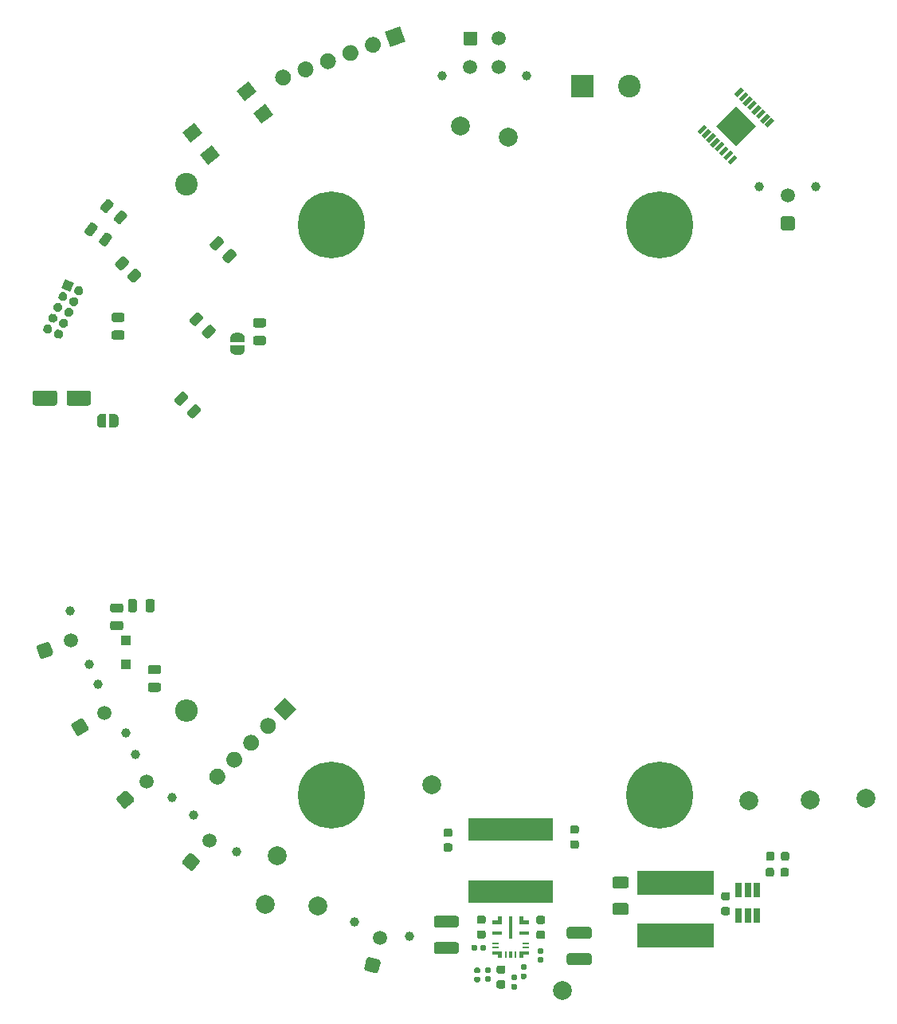
<source format=gbr>
G04 #@! TF.GenerationSoftware,KiCad,Pcbnew,(5.1.7)-1*
G04 #@! TF.CreationDate,2021-02-01T12:22:18-08:00*
G04 #@! TF.ProjectId,LCP_PowerControl,4c43505f-506f-4776-9572-436f6e74726f,rev?*
G04 #@! TF.SameCoordinates,Original*
G04 #@! TF.FileFunction,Soldermask,Top*
G04 #@! TF.FilePolarity,Negative*
%FSLAX46Y46*%
G04 Gerber Fmt 4.6, Leading zero omitted, Abs format (unit mm)*
G04 Created by KiCad (PCBNEW (5.1.7)-1) date 2021-02-01 12:22:18*
%MOMM*%
%LPD*%
G01*
G04 APERTURE LIST*
%ADD10C,0.100000*%
%ADD11C,1.500000*%
%ADD12C,1.000000*%
%ADD13O,2.400000X2.400000*%
%ADD14C,2.400000*%
%ADD15R,2.400000X2.400000*%
%ADD16R,9.000000X2.380000*%
%ADD17C,7.112000*%
%ADD18R,0.400000X2.400000*%
%ADD19R,1.000000X0.400000*%
%ADD20R,0.700000X0.250000*%
%ADD21R,0.300000X0.700000*%
%ADD22R,0.250000X0.700000*%
%ADD23R,0.650000X1.560000*%
%ADD24C,2.000000*%
%ADD25R,8.200000X2.600000*%
%ADD26C,2.010000*%
%ADD27R,1.000000X1.000000*%
G04 APERTURE END LIST*
G36*
G01*
X91935154Y-126521964D02*
X91935154Y-126521964D01*
G75*
G02*
X93137236Y-126521964I601041J-601041D01*
G01*
X93137236Y-126521964D01*
G75*
G02*
X93137236Y-127724046I-601041J-601041D01*
G01*
X93137236Y-127724046D01*
G75*
G02*
X91935154Y-127724046I-601041J601041D01*
G01*
X91935154Y-127724046D01*
G75*
G02*
X91935154Y-126521964I601041J601041D01*
G01*
G37*
G36*
G01*
X93731205Y-124725913D02*
X93731205Y-124725913D01*
G75*
G02*
X94933287Y-124725913I601041J-601041D01*
G01*
X94933287Y-124725913D01*
G75*
G02*
X94933287Y-125927995I-601041J-601041D01*
G01*
X94933287Y-125927995D01*
G75*
G02*
X93731205Y-125927995I-601041J601041D01*
G01*
X93731205Y-125927995D01*
G75*
G02*
X93731205Y-124725913I601041J601041D01*
G01*
G37*
G36*
G01*
X95527257Y-122929861D02*
X95527257Y-122929861D01*
G75*
G02*
X96729339Y-122929861I601041J-601041D01*
G01*
X96729339Y-122929861D01*
G75*
G02*
X96729339Y-124131943I-601041J-601041D01*
G01*
X96729339Y-124131943D01*
G75*
G02*
X95527257Y-124131943I-601041J601041D01*
G01*
X95527257Y-124131943D01*
G75*
G02*
X95527257Y-122929861I601041J601041D01*
G01*
G37*
G36*
G01*
X97323308Y-121133810D02*
X97323308Y-121133810D01*
G75*
G02*
X98525390Y-121133810I601041J-601041D01*
G01*
X98525390Y-121133810D01*
G75*
G02*
X98525390Y-122335892I-601041J-601041D01*
G01*
X98525390Y-122335892D01*
G75*
G02*
X97323308Y-122335892I-601041J601041D01*
G01*
X97323308Y-122335892D01*
G75*
G02*
X97323308Y-121133810I601041J601041D01*
G01*
G37*
D10*
G36*
X98518318Y-119938800D02*
G01*
X99720400Y-118736718D01*
X100922482Y-119938800D01*
X99720400Y-121140882D01*
X98518318Y-119938800D01*
G37*
D11*
X122430800Y-51768000D03*
X119430800Y-51768000D03*
X122430800Y-48768000D03*
G36*
G01*
X118680800Y-49268000D02*
X118680800Y-48268000D01*
G75*
G02*
X118930800Y-48018000I250000J0D01*
G01*
X119930800Y-48018000D01*
G75*
G02*
X120180800Y-48268000I0J-250000D01*
G01*
X120180800Y-49268000D01*
G75*
G02*
X119930800Y-49518000I-250000J0D01*
G01*
X118930800Y-49518000D01*
G75*
G02*
X118680800Y-49268000I0J250000D01*
G01*
G37*
D12*
X125430800Y-52708000D03*
X116430800Y-52708000D03*
G36*
G01*
X75210121Y-79933702D02*
X75210121Y-79933702D01*
G75*
G02*
X75874584Y-79691857I453154J-211309D01*
G01*
X75874584Y-79691857D01*
G75*
G02*
X76116429Y-80356320I-211309J-453154D01*
G01*
X76116429Y-80356320D01*
G75*
G02*
X75451966Y-80598165I-453154J211309D01*
G01*
X75451966Y-80598165D01*
G75*
G02*
X75210121Y-79933702I211309J453154D01*
G01*
G37*
G36*
G01*
X74059110Y-79396977D02*
X74059110Y-79396977D01*
G75*
G02*
X74723573Y-79155132I453154J-211309D01*
G01*
X74723573Y-79155132D01*
G75*
G02*
X74965418Y-79819595I-211309J-453154D01*
G01*
X74965418Y-79819595D01*
G75*
G02*
X74300955Y-80061440I-453154J211309D01*
G01*
X74300955Y-80061440D01*
G75*
G02*
X74059110Y-79396977I211309J453154D01*
G01*
G37*
G36*
G01*
X75746846Y-78782691D02*
X75746846Y-78782691D01*
G75*
G02*
X76411309Y-78540846I453154J-211309D01*
G01*
X76411309Y-78540846D01*
G75*
G02*
X76653154Y-79205309I-211309J-453154D01*
G01*
X76653154Y-79205309D01*
G75*
G02*
X75988691Y-79447154I-453154J211309D01*
G01*
X75988691Y-79447154D01*
G75*
G02*
X75746846Y-78782691I211309J453154D01*
G01*
G37*
G36*
G01*
X74595835Y-78245966D02*
X74595835Y-78245966D01*
G75*
G02*
X75260298Y-78004121I453154J-211309D01*
G01*
X75260298Y-78004121D01*
G75*
G02*
X75502143Y-78668584I-211309J-453154D01*
G01*
X75502143Y-78668584D01*
G75*
G02*
X74837680Y-78910429I-453154J211309D01*
G01*
X74837680Y-78910429D01*
G75*
G02*
X74595835Y-78245966I211309J453154D01*
G01*
G37*
G36*
G01*
X76283572Y-77631680D02*
X76283572Y-77631680D01*
G75*
G02*
X76948035Y-77389835I453154J-211309D01*
G01*
X76948035Y-77389835D01*
G75*
G02*
X77189880Y-78054298I-211309J-453154D01*
G01*
X77189880Y-78054298D01*
G75*
G02*
X76525417Y-78296143I-453154J211309D01*
G01*
X76525417Y-78296143D01*
G75*
G02*
X76283572Y-77631680I211309J453154D01*
G01*
G37*
G36*
G01*
X75132561Y-77094955D02*
X75132561Y-77094955D01*
G75*
G02*
X75797024Y-76853110I453154J-211309D01*
G01*
X75797024Y-76853110D01*
G75*
G02*
X76038869Y-77517573I-211309J-453154D01*
G01*
X76038869Y-77517573D01*
G75*
G02*
X75374406Y-77759418I-453154J211309D01*
G01*
X75374406Y-77759418D01*
G75*
G02*
X75132561Y-77094955I211309J453154D01*
G01*
G37*
G36*
G01*
X76820297Y-76480669D02*
X76820297Y-76480669D01*
G75*
G02*
X77484760Y-76238824I453154J-211309D01*
G01*
X77484760Y-76238824D01*
G75*
G02*
X77726605Y-76903287I-211309J-453154D01*
G01*
X77726605Y-76903287D01*
G75*
G02*
X77062142Y-77145132I-453154J211309D01*
G01*
X77062142Y-77145132D01*
G75*
G02*
X76820297Y-76480669I211309J453154D01*
G01*
G37*
G36*
G01*
X75669286Y-75943944D02*
X75669286Y-75943944D01*
G75*
G02*
X76333749Y-75702099I453154J-211309D01*
G01*
X76333749Y-75702099D01*
G75*
G02*
X76575594Y-76366562I-211309J-453154D01*
G01*
X76575594Y-76366562D01*
G75*
G02*
X75911131Y-76608407I-453154J211309D01*
G01*
X75911131Y-76608407D01*
G75*
G02*
X75669286Y-75943944I211309J453154D01*
G01*
G37*
G36*
G01*
X77357022Y-75329658D02*
X77357022Y-75329658D01*
G75*
G02*
X78021485Y-75087813I453154J-211309D01*
G01*
X78021485Y-75087813D01*
G75*
G02*
X78263330Y-75752276I-211309J-453154D01*
G01*
X78263330Y-75752276D01*
G75*
G02*
X77598867Y-75994121I-453154J211309D01*
G01*
X77598867Y-75994121D01*
G75*
G02*
X77357022Y-75329658I211309J453154D01*
G01*
G37*
D10*
G36*
X75994702Y-75246087D02*
G01*
X76417320Y-74339779D01*
X77323628Y-74762397D01*
X76901010Y-75668705D01*
X75994702Y-75246087D01*
G37*
G36*
G01*
X89363573Y-88320824D02*
X90035324Y-87649073D01*
G75*
G02*
X90388878Y-87649073I176777J-176777D01*
G01*
X90742431Y-88002626D01*
G75*
G02*
X90742431Y-88356180I-176777J-176777D01*
G01*
X90070680Y-89027931D01*
G75*
G02*
X89717126Y-89027931I-176777J176777D01*
G01*
X89363573Y-88674378D01*
G75*
G02*
X89363573Y-88320824I176777J176777D01*
G01*
G37*
G36*
G01*
X88020071Y-86977322D02*
X88691822Y-86305571D01*
G75*
G02*
X89045376Y-86305571I176777J-176777D01*
G01*
X89398929Y-86659124D01*
G75*
G02*
X89398929Y-87012678I-176777J-176777D01*
G01*
X88727178Y-87684429D01*
G75*
G02*
X88373624Y-87684429I-176777J176777D01*
G01*
X88020071Y-87330876D01*
G75*
G02*
X88020071Y-86977322I176777J176777D01*
G01*
G37*
G36*
G01*
X93172178Y-70529427D02*
X92500427Y-71201178D01*
G75*
G02*
X92146873Y-71201178I-176777J176777D01*
G01*
X91793320Y-70847625D01*
G75*
G02*
X91793320Y-70494071I176777J176777D01*
G01*
X92465071Y-69822320D01*
G75*
G02*
X92818625Y-69822320I176777J-176777D01*
G01*
X93172178Y-70175873D01*
G75*
G02*
X93172178Y-70529427I-176777J-176777D01*
G01*
G37*
G36*
G01*
X94515680Y-71872929D02*
X93843929Y-72544680D01*
G75*
G02*
X93490375Y-72544680I-176777J176777D01*
G01*
X93136822Y-72191127D01*
G75*
G02*
X93136822Y-71837573I176777J176777D01*
G01*
X93808573Y-71165822D01*
G75*
G02*
X94162127Y-71165822I176777J-176777D01*
G01*
X94515680Y-71519375D01*
G75*
G02*
X94515680Y-71872929I-176777J-176777D01*
G01*
G37*
G36*
X91523720Y-62183527D02*
G01*
X90671454Y-61072833D01*
X91940820Y-60098815D01*
X92793086Y-61209509D01*
X91523720Y-62183527D01*
G37*
G36*
X97235864Y-57800445D02*
G01*
X96383598Y-56689751D01*
X97652964Y-55715733D01*
X98505230Y-56826427D01*
X97235864Y-57800445D01*
G37*
G36*
X89697436Y-59803467D02*
G01*
X88845170Y-58692773D01*
X90114536Y-57718755D01*
X90966802Y-58829449D01*
X89697436Y-59803467D01*
G37*
G36*
X95409580Y-55420385D02*
G01*
X94557314Y-54309691D01*
X95826680Y-53335673D01*
X96678946Y-54446367D01*
X95409580Y-55420385D01*
G37*
D13*
X89217500Y-120078500D03*
D14*
X89217500Y-64198500D03*
G36*
G01*
X75506708Y-86378708D02*
X75506708Y-87478708D01*
G75*
G02*
X75256708Y-87728708I-250000J0D01*
G01*
X73156708Y-87728708D01*
G75*
G02*
X72906708Y-87478708I0J250000D01*
G01*
X72906708Y-86378708D01*
G75*
G02*
X73156708Y-86128708I250000J0D01*
G01*
X75256708Y-86128708D01*
G75*
G02*
X75506708Y-86378708I0J-250000D01*
G01*
G37*
G36*
G01*
X79106708Y-86378708D02*
X79106708Y-87478708D01*
G75*
G02*
X78856708Y-87728708I-250000J0D01*
G01*
X76756708Y-87728708D01*
G75*
G02*
X76506708Y-87478708I0J250000D01*
G01*
X76506708Y-86378708D01*
G75*
G02*
X76756708Y-86128708I250000J0D01*
G01*
X78856708Y-86128708D01*
G75*
G02*
X79106708Y-86378708I0J-250000D01*
G01*
G37*
G36*
G01*
X83093356Y-72677957D02*
X82456957Y-73314356D01*
G75*
G02*
X82103407Y-73314356I-176775J176775D01*
G01*
X81732174Y-72943123D01*
G75*
G02*
X81732174Y-72589573I176775J176775D01*
G01*
X82368573Y-71953174D01*
G75*
G02*
X82722123Y-71953174I176775J-176775D01*
G01*
X83093356Y-72324407D01*
G75*
G02*
X83093356Y-72677957I-176775J-176775D01*
G01*
G37*
G36*
G01*
X84383826Y-73968427D02*
X83747427Y-74604826D01*
G75*
G02*
X83393877Y-74604826I-176775J176775D01*
G01*
X83022644Y-74233593D01*
G75*
G02*
X83022644Y-73880043I176775J176775D01*
G01*
X83659043Y-73243644D01*
G75*
G02*
X84012593Y-73243644I176775J-176775D01*
G01*
X84383826Y-73614877D01*
G75*
G02*
X84383826Y-73968427I-176775J-176775D01*
G01*
G37*
D15*
X131347200Y-53848000D03*
D14*
X136347200Y-53848000D03*
G36*
G01*
X99230387Y-52109717D02*
X99230387Y-52109717D01*
G75*
G02*
X100319843Y-52617739I290717J-798739D01*
G01*
X100319843Y-52617739D01*
G75*
G02*
X99811821Y-53707195I-798739J-290717D01*
G01*
X99811821Y-53707195D01*
G75*
G02*
X98722365Y-53199173I-290717J798739D01*
G01*
X98722365Y-53199173D01*
G75*
G02*
X99230387Y-52109717I798739J290717D01*
G01*
G37*
G36*
G01*
X101617206Y-51240986D02*
X101617206Y-51240986D01*
G75*
G02*
X102706662Y-51749008I290717J-798739D01*
G01*
X102706662Y-51749008D01*
G75*
G02*
X102198640Y-52838464I-798739J-290717D01*
G01*
X102198640Y-52838464D01*
G75*
G02*
X101109184Y-52330442I-290717J798739D01*
G01*
X101109184Y-52330442D01*
G75*
G02*
X101617206Y-51240986I798739J290717D01*
G01*
G37*
G36*
G01*
X104004025Y-50372254D02*
X104004025Y-50372254D01*
G75*
G02*
X105093481Y-50880276I290717J-798739D01*
G01*
X105093481Y-50880276D01*
G75*
G02*
X104585459Y-51969732I-798739J-290717D01*
G01*
X104585459Y-51969732D01*
G75*
G02*
X103496003Y-51461710I-290717J798739D01*
G01*
X103496003Y-51461710D01*
G75*
G02*
X104004025Y-50372254I798739J290717D01*
G01*
G37*
G36*
G01*
X106390844Y-49503523D02*
X106390844Y-49503523D01*
G75*
G02*
X107480300Y-50011545I290717J-798739D01*
G01*
X107480300Y-50011545D01*
G75*
G02*
X106972278Y-51101001I-798739J-290717D01*
G01*
X106972278Y-51101001D01*
G75*
G02*
X105882822Y-50592979I-290717J798739D01*
G01*
X105882822Y-50592979D01*
G75*
G02*
X106390844Y-49503523I798739J290717D01*
G01*
G37*
G36*
G01*
X108777664Y-48634792D02*
X108777664Y-48634792D01*
G75*
G02*
X109867120Y-49142814I290717J-798739D01*
G01*
X109867120Y-49142814D01*
G75*
G02*
X109359098Y-50232270I-798739J-290717D01*
G01*
X109359098Y-50232270D01*
G75*
G02*
X108269642Y-49724248I-290717J798739D01*
G01*
X108269642Y-49724248D01*
G75*
G02*
X108777664Y-48634792I798739J290717D01*
G01*
G37*
D10*
G36*
X110365744Y-48056778D02*
G01*
X111963222Y-47475344D01*
X112544656Y-49072822D01*
X110947178Y-49654256D01*
X110365744Y-48056778D01*
G37*
D11*
X153162000Y-65389500D03*
G36*
G01*
X153912000Y-67889500D02*
X153912000Y-68889500D01*
G75*
G02*
X153662000Y-69139500I-250000J0D01*
G01*
X152662000Y-69139500D01*
G75*
G02*
X152412000Y-68889500I0J250000D01*
G01*
X152412000Y-67889500D01*
G75*
G02*
X152662000Y-67639500I250000J0D01*
G01*
X153662000Y-67639500D01*
G75*
G02*
X153912000Y-67889500I0J-250000D01*
G01*
G37*
D12*
X150162000Y-64449500D03*
X156162000Y-64449500D03*
G36*
G01*
X90972006Y-78579271D02*
X90326771Y-79224506D01*
G75*
G02*
X89982057Y-79224506I-172357J172357D01*
G01*
X89637342Y-78879791D01*
G75*
G02*
X89637342Y-78535077I172357J172357D01*
G01*
X90282577Y-77889842D01*
G75*
G02*
X90627291Y-77889842I172357J-172357D01*
G01*
X90972006Y-78234557D01*
G75*
G02*
X90972006Y-78579271I-172357J-172357D01*
G01*
G37*
G36*
G01*
X92297832Y-79905097D02*
X91652597Y-80550332D01*
G75*
G02*
X91307883Y-80550332I-172357J172357D01*
G01*
X90963168Y-80205617D01*
G75*
G02*
X90963168Y-79860903I172357J172357D01*
G01*
X91608403Y-79215668D01*
G75*
G02*
X91953117Y-79215668I172357J-172357D01*
G01*
X92297832Y-79560383D01*
G75*
G02*
X92297832Y-79905097I-172357J-172357D01*
G01*
G37*
G36*
G01*
X146301750Y-140964500D02*
X146814250Y-140964500D01*
G75*
G02*
X147033000Y-141183250I0J-218750D01*
G01*
X147033000Y-141620750D01*
G75*
G02*
X146814250Y-141839500I-218750J0D01*
G01*
X146301750Y-141839500D01*
G75*
G02*
X146083000Y-141620750I0J218750D01*
G01*
X146083000Y-141183250D01*
G75*
G02*
X146301750Y-140964500I218750J0D01*
G01*
G37*
G36*
G01*
X146301750Y-139389500D02*
X146814250Y-139389500D01*
G75*
G02*
X147033000Y-139608250I0J-218750D01*
G01*
X147033000Y-140045750D01*
G75*
G02*
X146814250Y-140264500I-218750J0D01*
G01*
X146301750Y-140264500D01*
G75*
G02*
X146083000Y-140045750I0J218750D01*
G01*
X146083000Y-139608250D01*
G75*
G02*
X146301750Y-139389500I218750J0D01*
G01*
G37*
D16*
X123723400Y-132717400D03*
X123723400Y-139367400D03*
D17*
X139572999Y-129071874D03*
X139572999Y-68580000D03*
X104648000Y-68580000D03*
X104648000Y-129071874D03*
D18*
X123723400Y-143170400D03*
D10*
G36*
X121768496Y-142369425D02*
G01*
X121768781Y-142368487D01*
X121769243Y-142367622D01*
X121769864Y-142366864D01*
X121770622Y-142366243D01*
X121771487Y-142365781D01*
X121772425Y-142365496D01*
X121773400Y-142365400D01*
X122368400Y-142365400D01*
X122368400Y-141970400D01*
X122368496Y-141969425D01*
X122368781Y-141968487D01*
X122369243Y-141967622D01*
X122369864Y-141966864D01*
X122370622Y-141966243D01*
X122371487Y-141965781D01*
X122372425Y-141965496D01*
X122373400Y-141965400D01*
X122773400Y-141965400D01*
X122774375Y-141965496D01*
X122775313Y-141965781D01*
X122776178Y-141966243D01*
X122776936Y-141966864D01*
X122777557Y-141967622D01*
X122778019Y-141968487D01*
X122778304Y-141969425D01*
X122778400Y-141970400D01*
X122778400Y-142770400D01*
X122778304Y-142771375D01*
X122778019Y-142772313D01*
X122777557Y-142773178D01*
X122776936Y-142773936D01*
X122776178Y-142774557D01*
X122775313Y-142775019D01*
X122774375Y-142775304D01*
X122773400Y-142775400D01*
X121773400Y-142775400D01*
X121772425Y-142775304D01*
X121771487Y-142775019D01*
X121770622Y-142774557D01*
X121769864Y-142773936D01*
X121769243Y-142773178D01*
X121768781Y-142772313D01*
X121768496Y-142771375D01*
X121768400Y-142770400D01*
X121768400Y-142370400D01*
X121768496Y-142369425D01*
G37*
G36*
X125678304Y-142771375D02*
G01*
X125678019Y-142772313D01*
X125677557Y-142773178D01*
X125676936Y-142773936D01*
X125676178Y-142774557D01*
X125675313Y-142775019D01*
X125674375Y-142775304D01*
X125673400Y-142775400D01*
X124673400Y-142775400D01*
X124672425Y-142775304D01*
X124671487Y-142775019D01*
X124670622Y-142774557D01*
X124669864Y-142773936D01*
X124669243Y-142773178D01*
X124668781Y-142772313D01*
X124668496Y-142771375D01*
X124668400Y-142770400D01*
X124668400Y-141970400D01*
X124668496Y-141969425D01*
X124668781Y-141968487D01*
X124669243Y-141967622D01*
X124669864Y-141966864D01*
X124670622Y-141966243D01*
X124671487Y-141965781D01*
X124672425Y-141965496D01*
X124673400Y-141965400D01*
X125073400Y-141965400D01*
X125074375Y-141965496D01*
X125075313Y-141965781D01*
X125076178Y-141966243D01*
X125076936Y-141966864D01*
X125077557Y-141967622D01*
X125078019Y-141968487D01*
X125078304Y-141969425D01*
X125078400Y-141970400D01*
X125078400Y-142365400D01*
X125673400Y-142365400D01*
X125674375Y-142365496D01*
X125675313Y-142365781D01*
X125676178Y-142366243D01*
X125676936Y-142366864D01*
X125677557Y-142367622D01*
X125678019Y-142368487D01*
X125678304Y-142369425D01*
X125678400Y-142370400D01*
X125678400Y-142770400D01*
X125678304Y-142771375D01*
G37*
D19*
X122273400Y-143720400D03*
X125173400Y-143720400D03*
D20*
X122123400Y-145295400D03*
X122123400Y-144795400D03*
X125323400Y-144795400D03*
X125323400Y-145295400D03*
D21*
X123723400Y-146020400D03*
D10*
G36*
X121768496Y-145669425D02*
G01*
X121768781Y-145668487D01*
X121769243Y-145667622D01*
X121769864Y-145666864D01*
X121770622Y-145666243D01*
X121771487Y-145665781D01*
X121772425Y-145665496D01*
X121773400Y-145665400D01*
X122773400Y-145665400D01*
X122774375Y-145665496D01*
X122775313Y-145665781D01*
X122776178Y-145666243D01*
X122776936Y-145666864D01*
X122777557Y-145667622D01*
X122778019Y-145668487D01*
X122778304Y-145669425D01*
X122778400Y-145670400D01*
X122778400Y-146370400D01*
X122778304Y-146371375D01*
X122778019Y-146372313D01*
X122777557Y-146373178D01*
X122776936Y-146373936D01*
X122776178Y-146374557D01*
X122775313Y-146375019D01*
X122774375Y-146375304D01*
X122773400Y-146375400D01*
X122373400Y-146375400D01*
X122372425Y-146375304D01*
X122371487Y-146375019D01*
X122370622Y-146374557D01*
X122369864Y-146373936D01*
X122369243Y-146373178D01*
X122368781Y-146372313D01*
X122368496Y-146371375D01*
X122368400Y-146370400D01*
X122368400Y-146025400D01*
X121773400Y-146025400D01*
X121772425Y-146025304D01*
X121771487Y-146025019D01*
X121770622Y-146024557D01*
X121769864Y-146023936D01*
X121769243Y-146023178D01*
X121768781Y-146022313D01*
X121768496Y-146021375D01*
X121768400Y-146020400D01*
X121768400Y-145670400D01*
X121768496Y-145669425D01*
G37*
G36*
X125678304Y-146021375D02*
G01*
X125678019Y-146022313D01*
X125677557Y-146023178D01*
X125676936Y-146023936D01*
X125676178Y-146024557D01*
X125675313Y-146025019D01*
X125674375Y-146025304D01*
X125673400Y-146025400D01*
X125078400Y-146025400D01*
X125078400Y-146370400D01*
X125078304Y-146371375D01*
X125078019Y-146372313D01*
X125077557Y-146373178D01*
X125076936Y-146373936D01*
X125076178Y-146374557D01*
X125075313Y-146375019D01*
X125074375Y-146375304D01*
X125073400Y-146375400D01*
X124673400Y-146375400D01*
X124672425Y-146375304D01*
X124671487Y-146375019D01*
X124670622Y-146374557D01*
X124669864Y-146373936D01*
X124669243Y-146373178D01*
X124668781Y-146372313D01*
X124668496Y-146371375D01*
X124668400Y-146370400D01*
X124668400Y-145670400D01*
X124668496Y-145669425D01*
X124668781Y-145668487D01*
X124669243Y-145667622D01*
X124669864Y-145666864D01*
X124670622Y-145666243D01*
X124671487Y-145665781D01*
X124672425Y-145665496D01*
X124673400Y-145665400D01*
X125673400Y-145665400D01*
X125674375Y-145665496D01*
X125675313Y-145665781D01*
X125676178Y-145666243D01*
X125676936Y-145666864D01*
X125677557Y-145667622D01*
X125678019Y-145668487D01*
X125678304Y-145669425D01*
X125678400Y-145670400D01*
X125678400Y-146020400D01*
X125678304Y-146021375D01*
G37*
D22*
X124248400Y-146020400D03*
X123198400Y-146020400D03*
D23*
X148910000Y-139192000D03*
X147960000Y-139192000D03*
X149860000Y-139192000D03*
X149860000Y-141892000D03*
X148910000Y-141892000D03*
X147960000Y-141892000D03*
D10*
G36*
X147637500Y-60160320D02*
G01*
X145516180Y-58039000D01*
X147637500Y-55917680D01*
X149758820Y-58039000D01*
X147637500Y-60160320D01*
G37*
G36*
X147778921Y-54998441D02*
G01*
X147460723Y-54680243D01*
X148203185Y-53937781D01*
X148521383Y-54255979D01*
X147778921Y-54998441D01*
G37*
G36*
X148238541Y-55458060D02*
G01*
X147920343Y-55139862D01*
X148662805Y-54397400D01*
X148981003Y-54715598D01*
X148238541Y-55458060D01*
G37*
G36*
X148698160Y-55917680D02*
G01*
X148379962Y-55599482D01*
X149122424Y-54857020D01*
X149440622Y-55175218D01*
X148698160Y-55917680D01*
G37*
G36*
X149157780Y-56377299D02*
G01*
X148839582Y-56059101D01*
X149582044Y-55316639D01*
X149900242Y-55634837D01*
X149157780Y-56377299D01*
G37*
G36*
X149617399Y-56836918D02*
G01*
X149299201Y-56518720D01*
X150041663Y-55776258D01*
X150359861Y-56094456D01*
X149617399Y-56836918D01*
G37*
G36*
X150077018Y-57296538D02*
G01*
X149758820Y-56978340D01*
X150501282Y-56235878D01*
X150819480Y-56554076D01*
X150077018Y-57296538D01*
G37*
G36*
X150536638Y-57756157D02*
G01*
X150218440Y-57437959D01*
X150960902Y-56695497D01*
X151279100Y-57013695D01*
X150536638Y-57756157D01*
G37*
G36*
X150996257Y-58215777D02*
G01*
X150678059Y-57897579D01*
X151420521Y-57155117D01*
X151738719Y-57473315D01*
X150996257Y-58215777D01*
G37*
G36*
X147071815Y-62140219D02*
G01*
X146753617Y-61822021D01*
X147496079Y-61079559D01*
X147814277Y-61397757D01*
X147071815Y-62140219D01*
G37*
G36*
X146612195Y-61680600D02*
G01*
X146293997Y-61362402D01*
X147036459Y-60619940D01*
X147354657Y-60938138D01*
X146612195Y-61680600D01*
G37*
G36*
X146152576Y-61220980D02*
G01*
X145834378Y-60902782D01*
X146576840Y-60160320D01*
X146895038Y-60478518D01*
X146152576Y-61220980D01*
G37*
G36*
X145692956Y-60761361D02*
G01*
X145374758Y-60443163D01*
X146117220Y-59700701D01*
X146435418Y-60018899D01*
X145692956Y-60761361D01*
G37*
G36*
X145233337Y-60301742D02*
G01*
X144915139Y-59983544D01*
X145657601Y-59241082D01*
X145975799Y-59559280D01*
X145233337Y-60301742D01*
G37*
G36*
X144773718Y-59842122D02*
G01*
X144455520Y-59523924D01*
X145197982Y-58781462D01*
X145516180Y-59099660D01*
X144773718Y-59842122D01*
G37*
G36*
X144314098Y-59382503D02*
G01*
X143995900Y-59064305D01*
X144738362Y-58321843D01*
X145056560Y-58640041D01*
X144314098Y-59382503D01*
G37*
G36*
X143854479Y-58922883D02*
G01*
X143536281Y-58604685D01*
X144278743Y-57862223D01*
X144596941Y-58180421D01*
X143854479Y-58922883D01*
G37*
D24*
X103187500Y-140843000D03*
X129222500Y-149796500D03*
X155511500Y-129603500D03*
X149034500Y-129667000D03*
X161480500Y-129413000D03*
X115316000Y-127952500D03*
G36*
G01*
X121457500Y-147955500D02*
X121112500Y-147955500D01*
G75*
G02*
X120965000Y-147808000I0J147500D01*
G01*
X120965000Y-147513000D01*
G75*
G02*
X121112500Y-147365500I147500J0D01*
G01*
X121457500Y-147365500D01*
G75*
G02*
X121605000Y-147513000I0J-147500D01*
G01*
X121605000Y-147808000D01*
G75*
G02*
X121457500Y-147955500I-147500J0D01*
G01*
G37*
G36*
G01*
X121457500Y-148925500D02*
X121112500Y-148925500D01*
G75*
G02*
X120965000Y-148778000I0J147500D01*
G01*
X120965000Y-148483000D01*
G75*
G02*
X121112500Y-148335500I147500J0D01*
G01*
X121457500Y-148335500D01*
G75*
G02*
X121605000Y-148483000I0J-147500D01*
G01*
X121605000Y-148778000D01*
G75*
G02*
X121457500Y-148925500I-147500J0D01*
G01*
G37*
G36*
G01*
X119969500Y-148358500D02*
X120314500Y-148358500D01*
G75*
G02*
X120462000Y-148506000I0J-147500D01*
G01*
X120462000Y-148801000D01*
G75*
G02*
X120314500Y-148948500I-147500J0D01*
G01*
X119969500Y-148948500D01*
G75*
G02*
X119822000Y-148801000I0J147500D01*
G01*
X119822000Y-148506000D01*
G75*
G02*
X119969500Y-148358500I147500J0D01*
G01*
G37*
G36*
G01*
X119969500Y-147388500D02*
X120314500Y-147388500D01*
G75*
G02*
X120462000Y-147536000I0J-147500D01*
G01*
X120462000Y-147831000D01*
G75*
G02*
X120314500Y-147978500I-147500J0D01*
G01*
X119969500Y-147978500D01*
G75*
G02*
X119822000Y-147831000I0J147500D01*
G01*
X119822000Y-147536000D01*
G75*
G02*
X119969500Y-147388500I147500J0D01*
G01*
G37*
G36*
G01*
X123906500Y-149120500D02*
X124251500Y-149120500D01*
G75*
G02*
X124399000Y-149268000I0J-147500D01*
G01*
X124399000Y-149563000D01*
G75*
G02*
X124251500Y-149710500I-147500J0D01*
G01*
X123906500Y-149710500D01*
G75*
G02*
X123759000Y-149563000I0J147500D01*
G01*
X123759000Y-149268000D01*
G75*
G02*
X123906500Y-149120500I147500J0D01*
G01*
G37*
G36*
G01*
X123906500Y-148150500D02*
X124251500Y-148150500D01*
G75*
G02*
X124399000Y-148298000I0J-147500D01*
G01*
X124399000Y-148593000D01*
G75*
G02*
X124251500Y-148740500I-147500J0D01*
G01*
X123906500Y-148740500D01*
G75*
G02*
X123759000Y-148593000I0J147500D01*
G01*
X123759000Y-148298000D01*
G75*
G02*
X123906500Y-148150500I147500J0D01*
G01*
G37*
G36*
G01*
X124922500Y-148018000D02*
X125267500Y-148018000D01*
G75*
G02*
X125415000Y-148165500I0J-147500D01*
G01*
X125415000Y-148460500D01*
G75*
G02*
X125267500Y-148608000I-147500J0D01*
G01*
X124922500Y-148608000D01*
G75*
G02*
X124775000Y-148460500I0J147500D01*
G01*
X124775000Y-148165500D01*
G75*
G02*
X124922500Y-148018000I147500J0D01*
G01*
G37*
G36*
G01*
X124922500Y-147048000D02*
X125267500Y-147048000D01*
G75*
G02*
X125415000Y-147195500I0J-147500D01*
G01*
X125415000Y-147490500D01*
G75*
G02*
X125267500Y-147638000I-147500J0D01*
G01*
X124922500Y-147638000D01*
G75*
G02*
X124775000Y-147490500I0J147500D01*
G01*
X124775000Y-147195500D01*
G75*
G02*
X124922500Y-147048000I147500J0D01*
G01*
G37*
G36*
G01*
X126700500Y-146303500D02*
X127045500Y-146303500D01*
G75*
G02*
X127193000Y-146451000I0J-147500D01*
G01*
X127193000Y-146746000D01*
G75*
G02*
X127045500Y-146893500I-147500J0D01*
G01*
X126700500Y-146893500D01*
G75*
G02*
X126553000Y-146746000I0J147500D01*
G01*
X126553000Y-146451000D01*
G75*
G02*
X126700500Y-146303500I147500J0D01*
G01*
G37*
G36*
G01*
X126700500Y-145333500D02*
X127045500Y-145333500D01*
G75*
G02*
X127193000Y-145481000I0J-147500D01*
G01*
X127193000Y-145776000D01*
G75*
G02*
X127045500Y-145923500I-147500J0D01*
G01*
X126700500Y-145923500D01*
G75*
G02*
X126553000Y-145776000I0J147500D01*
G01*
X126553000Y-145481000D01*
G75*
G02*
X126700500Y-145333500I147500J0D01*
G01*
G37*
G36*
G01*
X86308250Y-116248000D02*
X85395750Y-116248000D01*
G75*
G02*
X85152000Y-116004250I0J243750D01*
G01*
X85152000Y-115516750D01*
G75*
G02*
X85395750Y-115273000I243750J0D01*
G01*
X86308250Y-115273000D01*
G75*
G02*
X86552000Y-115516750I0J-243750D01*
G01*
X86552000Y-116004250D01*
G75*
G02*
X86308250Y-116248000I-243750J0D01*
G01*
G37*
G36*
G01*
X86308250Y-118123000D02*
X85395750Y-118123000D01*
G75*
G02*
X85152000Y-117879250I0J243750D01*
G01*
X85152000Y-117391750D01*
G75*
G02*
X85395750Y-117148000I243750J0D01*
G01*
X86308250Y-117148000D01*
G75*
G02*
X86552000Y-117391750I0J-243750D01*
G01*
X86552000Y-117879250D01*
G75*
G02*
X86308250Y-118123000I-243750J0D01*
G01*
G37*
G36*
G01*
X84905000Y-109422250D02*
X84905000Y-108509750D01*
G75*
G02*
X85148750Y-108266000I243750J0D01*
G01*
X85636250Y-108266000D01*
G75*
G02*
X85880000Y-108509750I0J-243750D01*
G01*
X85880000Y-109422250D01*
G75*
G02*
X85636250Y-109666000I-243750J0D01*
G01*
X85148750Y-109666000D01*
G75*
G02*
X84905000Y-109422250I0J243750D01*
G01*
G37*
G36*
G01*
X83030000Y-109422250D02*
X83030000Y-108509750D01*
G75*
G02*
X83273750Y-108266000I243750J0D01*
G01*
X83761250Y-108266000D01*
G75*
G02*
X84005000Y-108509750I0J-243750D01*
G01*
X84005000Y-109422250D01*
G75*
G02*
X83761250Y-109666000I-243750J0D01*
G01*
X83273750Y-109666000D01*
G75*
G02*
X83030000Y-109422250I0J243750D01*
G01*
G37*
G36*
G01*
X82307750Y-109707500D02*
X81395250Y-109707500D01*
G75*
G02*
X81151500Y-109463750I0J243750D01*
G01*
X81151500Y-108976250D01*
G75*
G02*
X81395250Y-108732500I243750J0D01*
G01*
X82307750Y-108732500D01*
G75*
G02*
X82551500Y-108976250I0J-243750D01*
G01*
X82551500Y-109463750D01*
G75*
G02*
X82307750Y-109707500I-243750J0D01*
G01*
G37*
G36*
G01*
X82307750Y-111582500D02*
X81395250Y-111582500D01*
G75*
G02*
X81151500Y-111338750I0J243750D01*
G01*
X81151500Y-110851250D01*
G75*
G02*
X81395250Y-110607500I243750J0D01*
G01*
X82307750Y-110607500D01*
G75*
G02*
X82551500Y-110851250I0J-243750D01*
G01*
X82551500Y-111338750D01*
G75*
G02*
X82307750Y-111582500I-243750J0D01*
G01*
G37*
D25*
X141218000Y-144024000D03*
X141218000Y-138424000D03*
D10*
G36*
X95428500Y-81318000D02*
G01*
X95428500Y-81818000D01*
X95427898Y-81818000D01*
X95427898Y-81842534D01*
X95423088Y-81891365D01*
X95413516Y-81939490D01*
X95399272Y-81986445D01*
X95380495Y-82031778D01*
X95357364Y-82075051D01*
X95330104Y-82115850D01*
X95298976Y-82153779D01*
X95264279Y-82188476D01*
X95226350Y-82219604D01*
X95185551Y-82246864D01*
X95142278Y-82269995D01*
X95096945Y-82288772D01*
X95049990Y-82303016D01*
X95001865Y-82312588D01*
X94953034Y-82317398D01*
X94928500Y-82317398D01*
X94928500Y-82318000D01*
X94428500Y-82318000D01*
X94428500Y-82317398D01*
X94403966Y-82317398D01*
X94355135Y-82312588D01*
X94307010Y-82303016D01*
X94260055Y-82288772D01*
X94214722Y-82269995D01*
X94171449Y-82246864D01*
X94130650Y-82219604D01*
X94092721Y-82188476D01*
X94058024Y-82153779D01*
X94026896Y-82115850D01*
X93999636Y-82075051D01*
X93976505Y-82031778D01*
X93957728Y-81986445D01*
X93943484Y-81939490D01*
X93933912Y-81891365D01*
X93929102Y-81842534D01*
X93929102Y-81818000D01*
X93928500Y-81818000D01*
X93928500Y-81318000D01*
X95428500Y-81318000D01*
G37*
G36*
X93929102Y-80518000D02*
G01*
X93929102Y-80493466D01*
X93933912Y-80444635D01*
X93943484Y-80396510D01*
X93957728Y-80349555D01*
X93976505Y-80304222D01*
X93999636Y-80260949D01*
X94026896Y-80220150D01*
X94058024Y-80182221D01*
X94092721Y-80147524D01*
X94130650Y-80116396D01*
X94171449Y-80089136D01*
X94214722Y-80066005D01*
X94260055Y-80047228D01*
X94307010Y-80032984D01*
X94355135Y-80023412D01*
X94403966Y-80018602D01*
X94428500Y-80018602D01*
X94428500Y-80018000D01*
X94928500Y-80018000D01*
X94928500Y-80018602D01*
X94953034Y-80018602D01*
X95001865Y-80023412D01*
X95049990Y-80032984D01*
X95096945Y-80047228D01*
X95142278Y-80066005D01*
X95185551Y-80089136D01*
X95226350Y-80116396D01*
X95264279Y-80147524D01*
X95298976Y-80182221D01*
X95330104Y-80220150D01*
X95357364Y-80260949D01*
X95380495Y-80304222D01*
X95399272Y-80349555D01*
X95413516Y-80396510D01*
X95423088Y-80444635D01*
X95427898Y-80493466D01*
X95427898Y-80518000D01*
X95428500Y-80518000D01*
X95428500Y-81018000D01*
X93928500Y-81018000D01*
X93928500Y-80518000D01*
X93929102Y-80518000D01*
G37*
G36*
X80734000Y-90094500D02*
G01*
X80234000Y-90094500D01*
X80234000Y-90093898D01*
X80209466Y-90093898D01*
X80160635Y-90089088D01*
X80112510Y-90079516D01*
X80065555Y-90065272D01*
X80020222Y-90046495D01*
X79976949Y-90023364D01*
X79936150Y-89996104D01*
X79898221Y-89964976D01*
X79863524Y-89930279D01*
X79832396Y-89892350D01*
X79805136Y-89851551D01*
X79782005Y-89808278D01*
X79763228Y-89762945D01*
X79748984Y-89715990D01*
X79739412Y-89667865D01*
X79734602Y-89619034D01*
X79734602Y-89594500D01*
X79734000Y-89594500D01*
X79734000Y-89094500D01*
X79734602Y-89094500D01*
X79734602Y-89069966D01*
X79739412Y-89021135D01*
X79748984Y-88973010D01*
X79763228Y-88926055D01*
X79782005Y-88880722D01*
X79805136Y-88837449D01*
X79832396Y-88796650D01*
X79863524Y-88758721D01*
X79898221Y-88724024D01*
X79936150Y-88692896D01*
X79976949Y-88665636D01*
X80020222Y-88642505D01*
X80065555Y-88623728D01*
X80112510Y-88609484D01*
X80160635Y-88599912D01*
X80209466Y-88595102D01*
X80234000Y-88595102D01*
X80234000Y-88594500D01*
X80734000Y-88594500D01*
X80734000Y-90094500D01*
G37*
G36*
X81534000Y-88595102D02*
G01*
X81558534Y-88595102D01*
X81607365Y-88599912D01*
X81655490Y-88609484D01*
X81702445Y-88623728D01*
X81747778Y-88642505D01*
X81791051Y-88665636D01*
X81831850Y-88692896D01*
X81869779Y-88724024D01*
X81904476Y-88758721D01*
X81935604Y-88796650D01*
X81962864Y-88837449D01*
X81985995Y-88880722D01*
X82004772Y-88926055D01*
X82019016Y-88973010D01*
X82028588Y-89021135D01*
X82033398Y-89069966D01*
X82033398Y-89094500D01*
X82034000Y-89094500D01*
X82034000Y-89594500D01*
X82033398Y-89594500D01*
X82033398Y-89619034D01*
X82028588Y-89667865D01*
X82019016Y-89715990D01*
X82004772Y-89762945D01*
X81985995Y-89808278D01*
X81962864Y-89851551D01*
X81935604Y-89892350D01*
X81904476Y-89930279D01*
X81869779Y-89964976D01*
X81831850Y-89996104D01*
X81791051Y-90023364D01*
X81747778Y-90046495D01*
X81702445Y-90065272D01*
X81655490Y-90079516D01*
X81607365Y-90089088D01*
X81558534Y-90093898D01*
X81534000Y-90093898D01*
X81534000Y-90094500D01*
X81034000Y-90094500D01*
X81034000Y-88594500D01*
X81534000Y-88594500D01*
X81534000Y-88595102D01*
G37*
D11*
X109793257Y-144244423D03*
G36*
G01*
X109870653Y-146853352D02*
X109611834Y-147819277D01*
G75*
G02*
X109305648Y-147996053I-241481J64705D01*
G01*
X108339723Y-147737234D01*
G75*
G02*
X108162947Y-147431048I64705J241481D01*
G01*
X108421766Y-146465123D01*
G75*
G02*
X108727952Y-146288347I241481J-64705D01*
G01*
X109693877Y-146547166D01*
G75*
G02*
X109870653Y-146853352I-64705J-241481D01*
G01*
G37*
D12*
X107138770Y-142559995D03*
X112934325Y-144112909D03*
D11*
X91666563Y-133871267D03*
G36*
G01*
X90634127Y-136268469D02*
X89991339Y-137034513D01*
G75*
G02*
X89639131Y-137065327I-191511J160697D01*
G01*
X88873087Y-136422539D01*
G75*
G02*
X88842273Y-136070331I160697J191511D01*
G01*
X89485061Y-135304287D01*
G75*
G02*
X89837269Y-135273473I191511J-160697D01*
G01*
X90603313Y-135916261D01*
G75*
G02*
X90634127Y-136268469I-160697J-191511D01*
G01*
G37*
D12*
X89972650Y-131222822D03*
X94568917Y-135079548D03*
D11*
X77012478Y-112689740D03*
G36*
G01*
X74919761Y-114249559D02*
X73980069Y-114591579D01*
G75*
G02*
X73659641Y-114442161I-85505J234923D01*
G01*
X73317621Y-113502469D01*
G75*
G02*
X73467039Y-113182041I234923J85505D01*
G01*
X74406731Y-112840021D01*
G75*
G02*
X74727159Y-112989439I85505J-234923D01*
G01*
X75069179Y-113929131D01*
G75*
G02*
X74919761Y-114249559I-234923J-85505D01*
G01*
G37*
D12*
X76869728Y-109549163D03*
X78921849Y-115187318D03*
D11*
X85051333Y-127637037D03*
G36*
G01*
X83618313Y-129818539D02*
X82852269Y-130461327D01*
G75*
G02*
X82500061Y-130430513I-160697J191511D01*
G01*
X81857273Y-129664469D01*
G75*
G02*
X81888087Y-129312261I191511J160697D01*
G01*
X82654131Y-128669473D01*
G75*
G02*
X83006339Y-128700287I160697J-191511D01*
G01*
X83649127Y-129466331D01*
G75*
G02*
X83618313Y-129818539I-191511J-160697D01*
G01*
G37*
D12*
X83843052Y-124734683D03*
X87699778Y-129330950D03*
D11*
X80525276Y-120369200D03*
G36*
G01*
X78735213Y-122268719D02*
X77869187Y-122768719D01*
G75*
G02*
X77527681Y-122677213I-125000J216506D01*
G01*
X77027681Y-121811187D01*
G75*
G02*
X77119187Y-121469681I216506J125000D01*
G01*
X77985213Y-120969681D01*
G75*
G02*
X78326719Y-121061187I125000J-216506D01*
G01*
X78826719Y-121927213D01*
G75*
G02*
X78735213Y-122268719I-216506J-125000D01*
G01*
G37*
D12*
X79839340Y-117301124D03*
X82839340Y-122497276D03*
D26*
X123494800Y-59232800D03*
X118394800Y-58032800D03*
X98863000Y-135552500D03*
X97663000Y-140652500D03*
G36*
G01*
X81462884Y-66513125D02*
X80876340Y-67212140D01*
G75*
G02*
X80532938Y-67242184I-186723J156679D01*
G01*
X80159492Y-66928825D01*
G75*
G02*
X80129448Y-66585423I156679J186723D01*
G01*
X80715992Y-65886408D01*
G75*
G02*
X81059394Y-65856364I186723J-156679D01*
G01*
X81432840Y-66169723D01*
G75*
G02*
X81462884Y-66513125I-156679J-186723D01*
G01*
G37*
G36*
G01*
X82899218Y-67718351D02*
X82312674Y-68417366D01*
G75*
G02*
X81969272Y-68447410I-186723J156679D01*
G01*
X81595826Y-68134051D01*
G75*
G02*
X81565782Y-67790649I156679J186723D01*
G01*
X82152326Y-67091634D01*
G75*
G02*
X82495728Y-67061590I186723J-156679D01*
G01*
X82869174Y-67374949D01*
G75*
G02*
X82899218Y-67718351I-156679J-186723D01*
G01*
G37*
G36*
G01*
X79782031Y-68930380D02*
X79258642Y-69677856D01*
G75*
G02*
X78919165Y-69737715I-199668J139809D01*
G01*
X78519828Y-69458097D01*
G75*
G02*
X78459969Y-69118620I139809J199668D01*
G01*
X78983358Y-68371144D01*
G75*
G02*
X79322835Y-68311285I199668J-139809D01*
G01*
X79722172Y-68590903D01*
G75*
G02*
X79782031Y-68930380I-139809J-199668D01*
G01*
G37*
G36*
G01*
X81317941Y-70005836D02*
X80794552Y-70753312D01*
G75*
G02*
X80455075Y-70813171I-199668J139809D01*
G01*
X80055738Y-70533553D01*
G75*
G02*
X79995879Y-70194076I139809J199668D01*
G01*
X80519268Y-69446600D01*
G75*
G02*
X80858745Y-69386741I199668J-139809D01*
G01*
X81258082Y-69666359D01*
G75*
G02*
X81317941Y-70005836I-139809J-199668D01*
G01*
G37*
D27*
X82804000Y-112689000D03*
X82804000Y-115189000D03*
G36*
G01*
X116786950Y-134208000D02*
X117299450Y-134208000D01*
G75*
G02*
X117518200Y-134426750I0J-218750D01*
G01*
X117518200Y-134864250D01*
G75*
G02*
X117299450Y-135083000I-218750J0D01*
G01*
X116786950Y-135083000D01*
G75*
G02*
X116568200Y-134864250I0J218750D01*
G01*
X116568200Y-134426750D01*
G75*
G02*
X116786950Y-134208000I218750J0D01*
G01*
G37*
G36*
G01*
X116786950Y-132633000D02*
X117299450Y-132633000D01*
G75*
G02*
X117518200Y-132851750I0J-218750D01*
G01*
X117518200Y-133289250D01*
G75*
G02*
X117299450Y-133508000I-218750J0D01*
G01*
X116786950Y-133508000D01*
G75*
G02*
X116568200Y-133289250I0J218750D01*
G01*
X116568200Y-132851750D01*
G75*
G02*
X116786950Y-132633000I218750J0D01*
G01*
G37*
G36*
G01*
X130236250Y-133890500D02*
X130748750Y-133890500D01*
G75*
G02*
X130967500Y-134109250I0J-218750D01*
G01*
X130967500Y-134546750D01*
G75*
G02*
X130748750Y-134765500I-218750J0D01*
G01*
X130236250Y-134765500D01*
G75*
G02*
X130017500Y-134546750I0J218750D01*
G01*
X130017500Y-134109250D01*
G75*
G02*
X130236250Y-133890500I218750J0D01*
G01*
G37*
G36*
G01*
X130236250Y-132315500D02*
X130748750Y-132315500D01*
G75*
G02*
X130967500Y-132534250I0J-218750D01*
G01*
X130967500Y-132971750D01*
G75*
G02*
X130748750Y-133190500I-218750J0D01*
G01*
X130236250Y-133190500D01*
G75*
G02*
X130017500Y-132971750I0J218750D01*
G01*
X130017500Y-132534250D01*
G75*
G02*
X130236250Y-132315500I218750J0D01*
G01*
G37*
G36*
G01*
X136007000Y-138991500D02*
X134757000Y-138991500D01*
G75*
G02*
X134507000Y-138741500I0J250000D01*
G01*
X134507000Y-137991500D01*
G75*
G02*
X134757000Y-137741500I250000J0D01*
G01*
X136007000Y-137741500D01*
G75*
G02*
X136257000Y-137991500I0J-250000D01*
G01*
X136257000Y-138741500D01*
G75*
G02*
X136007000Y-138991500I-250000J0D01*
G01*
G37*
G36*
G01*
X136007000Y-141791500D02*
X134757000Y-141791500D01*
G75*
G02*
X134507000Y-141541500I0J250000D01*
G01*
X134507000Y-140791500D01*
G75*
G02*
X134757000Y-140541500I250000J0D01*
G01*
X136007000Y-140541500D01*
G75*
G02*
X136257000Y-140791500I0J-250000D01*
G01*
X136257000Y-141541500D01*
G75*
G02*
X136007000Y-141791500I-250000J0D01*
G01*
G37*
G36*
G01*
X120119500Y-145115500D02*
X120119500Y-145460500D01*
G75*
G02*
X119972000Y-145608000I-147500J0D01*
G01*
X119677000Y-145608000D01*
G75*
G02*
X119529500Y-145460500I0J147500D01*
G01*
X119529500Y-145115500D01*
G75*
G02*
X119677000Y-144968000I147500J0D01*
G01*
X119972000Y-144968000D01*
G75*
G02*
X120119500Y-145115500I0J-147500D01*
G01*
G37*
G36*
G01*
X121089500Y-145115500D02*
X121089500Y-145460500D01*
G75*
G02*
X120942000Y-145608000I-147500J0D01*
G01*
X120647000Y-145608000D01*
G75*
G02*
X120499500Y-145460500I0J147500D01*
G01*
X120499500Y-145115500D01*
G75*
G02*
X120647000Y-144968000I147500J0D01*
G01*
X120942000Y-144968000D01*
G75*
G02*
X121089500Y-145115500I0J-147500D01*
G01*
G37*
G36*
G01*
X122425750Y-148749500D02*
X122938250Y-148749500D01*
G75*
G02*
X123157000Y-148968250I0J-218750D01*
G01*
X123157000Y-149405750D01*
G75*
G02*
X122938250Y-149624500I-218750J0D01*
G01*
X122425750Y-149624500D01*
G75*
G02*
X122207000Y-149405750I0J218750D01*
G01*
X122207000Y-148968250D01*
G75*
G02*
X122425750Y-148749500I218750J0D01*
G01*
G37*
G36*
G01*
X122425750Y-147174500D02*
X122938250Y-147174500D01*
G75*
G02*
X123157000Y-147393250I0J-218750D01*
G01*
X123157000Y-147830750D01*
G75*
G02*
X122938250Y-148049500I-218750J0D01*
G01*
X122425750Y-148049500D01*
G75*
G02*
X122207000Y-147830750I0J218750D01*
G01*
X122207000Y-147393250D01*
G75*
G02*
X122425750Y-147174500I218750J0D01*
G01*
G37*
G36*
G01*
X120842750Y-142741000D02*
X120330250Y-142741000D01*
G75*
G02*
X120111500Y-142522250I0J218750D01*
G01*
X120111500Y-142084750D01*
G75*
G02*
X120330250Y-141866000I218750J0D01*
G01*
X120842750Y-141866000D01*
G75*
G02*
X121061500Y-142084750I0J-218750D01*
G01*
X121061500Y-142522250D01*
G75*
G02*
X120842750Y-142741000I-218750J0D01*
G01*
G37*
G36*
G01*
X120842750Y-144316000D02*
X120330250Y-144316000D01*
G75*
G02*
X120111500Y-144097250I0J218750D01*
G01*
X120111500Y-143659750D01*
G75*
G02*
X120330250Y-143441000I218750J0D01*
G01*
X120842750Y-143441000D01*
G75*
G02*
X121061500Y-143659750I0J-218750D01*
G01*
X121061500Y-144097250D01*
G75*
G02*
X120842750Y-144316000I-218750J0D01*
G01*
G37*
G36*
G01*
X152394500Y-137543250D02*
X152394500Y-137030750D01*
G75*
G02*
X152613250Y-136812000I218750J0D01*
G01*
X153050750Y-136812000D01*
G75*
G02*
X153269500Y-137030750I0J-218750D01*
G01*
X153269500Y-137543250D01*
G75*
G02*
X153050750Y-137762000I-218750J0D01*
G01*
X152613250Y-137762000D01*
G75*
G02*
X152394500Y-137543250I0J218750D01*
G01*
G37*
G36*
G01*
X150819500Y-137543250D02*
X150819500Y-137030750D01*
G75*
G02*
X151038250Y-136812000I218750J0D01*
G01*
X151475750Y-136812000D01*
G75*
G02*
X151694500Y-137030750I0J-218750D01*
G01*
X151694500Y-137543250D01*
G75*
G02*
X151475750Y-137762000I-218750J0D01*
G01*
X151038250Y-137762000D01*
G75*
G02*
X150819500Y-137543250I0J218750D01*
G01*
G37*
G36*
G01*
X127154650Y-142778900D02*
X126642150Y-142778900D01*
G75*
G02*
X126423400Y-142560150I0J218750D01*
G01*
X126423400Y-142122650D01*
G75*
G02*
X126642150Y-141903900I218750J0D01*
G01*
X127154650Y-141903900D01*
G75*
G02*
X127373400Y-142122650I0J-218750D01*
G01*
X127373400Y-142560150D01*
G75*
G02*
X127154650Y-142778900I-218750J0D01*
G01*
G37*
G36*
G01*
X127154650Y-144353900D02*
X126642150Y-144353900D01*
G75*
G02*
X126423400Y-144135150I0J218750D01*
G01*
X126423400Y-143697650D01*
G75*
G02*
X126642150Y-143478900I218750J0D01*
G01*
X127154650Y-143478900D01*
G75*
G02*
X127373400Y-143697650I0J-218750D01*
G01*
X127373400Y-144135150D01*
G75*
G02*
X127154650Y-144353900I-218750J0D01*
G01*
G37*
G36*
G01*
X152432500Y-135828750D02*
X152432500Y-135316250D01*
G75*
G02*
X152651250Y-135097500I218750J0D01*
G01*
X153088750Y-135097500D01*
G75*
G02*
X153307500Y-135316250I0J-218750D01*
G01*
X153307500Y-135828750D01*
G75*
G02*
X153088750Y-136047500I-218750J0D01*
G01*
X152651250Y-136047500D01*
G75*
G02*
X152432500Y-135828750I0J218750D01*
G01*
G37*
G36*
G01*
X150857500Y-135828750D02*
X150857500Y-135316250D01*
G75*
G02*
X151076250Y-135097500I218750J0D01*
G01*
X151513750Y-135097500D01*
G75*
G02*
X151732500Y-135316250I0J-218750D01*
G01*
X151732500Y-135828750D01*
G75*
G02*
X151513750Y-136047500I-218750J0D01*
G01*
X151076250Y-136047500D01*
G75*
G02*
X150857500Y-135828750I0J218750D01*
G01*
G37*
G36*
G01*
X129925500Y-145882200D02*
X132075500Y-145882200D01*
G75*
G02*
X132325500Y-146132200I0J-250000D01*
G01*
X132325500Y-146882200D01*
G75*
G02*
X132075500Y-147132200I-250000J0D01*
G01*
X129925500Y-147132200D01*
G75*
G02*
X129675500Y-146882200I0J250000D01*
G01*
X129675500Y-146132200D01*
G75*
G02*
X129925500Y-145882200I250000J0D01*
G01*
G37*
G36*
G01*
X129925500Y-143082200D02*
X132075500Y-143082200D01*
G75*
G02*
X132325500Y-143332200I0J-250000D01*
G01*
X132325500Y-144082200D01*
G75*
G02*
X132075500Y-144332200I-250000J0D01*
G01*
X129925500Y-144332200D01*
G75*
G02*
X129675500Y-144082200I0J250000D01*
G01*
X129675500Y-143332200D01*
G75*
G02*
X129925500Y-143082200I250000J0D01*
G01*
G37*
G36*
G01*
X115790400Y-144691400D02*
X117940400Y-144691400D01*
G75*
G02*
X118190400Y-144941400I0J-250000D01*
G01*
X118190400Y-145691400D01*
G75*
G02*
X117940400Y-145941400I-250000J0D01*
G01*
X115790400Y-145941400D01*
G75*
G02*
X115540400Y-145691400I0J250000D01*
G01*
X115540400Y-144941400D01*
G75*
G02*
X115790400Y-144691400I250000J0D01*
G01*
G37*
G36*
G01*
X115790400Y-141891400D02*
X117940400Y-141891400D01*
G75*
G02*
X118190400Y-142141400I0J-250000D01*
G01*
X118190400Y-142891400D01*
G75*
G02*
X117940400Y-143141400I-250000J0D01*
G01*
X115790400Y-143141400D01*
G75*
G02*
X115540400Y-142891400I0J250000D01*
G01*
X115540400Y-142141400D01*
G75*
G02*
X115790400Y-141891400I250000J0D01*
G01*
G37*
G36*
G01*
X97484250Y-79433000D02*
X96571750Y-79433000D01*
G75*
G02*
X96328000Y-79189250I0J243750D01*
G01*
X96328000Y-78701750D01*
G75*
G02*
X96571750Y-78458000I243750J0D01*
G01*
X97484250Y-78458000D01*
G75*
G02*
X97728000Y-78701750I0J-243750D01*
G01*
X97728000Y-79189250D01*
G75*
G02*
X97484250Y-79433000I-243750J0D01*
G01*
G37*
G36*
G01*
X97484250Y-81308000D02*
X96571750Y-81308000D01*
G75*
G02*
X96328000Y-81064250I0J243750D01*
G01*
X96328000Y-80576750D01*
G75*
G02*
X96571750Y-80333000I243750J0D01*
G01*
X97484250Y-80333000D01*
G75*
G02*
X97728000Y-80576750I0J-243750D01*
G01*
X97728000Y-81064250D01*
G75*
G02*
X97484250Y-81308000I-243750J0D01*
G01*
G37*
G36*
G01*
X81522250Y-79761500D02*
X82434750Y-79761500D01*
G75*
G02*
X82678500Y-80005250I0J-243750D01*
G01*
X82678500Y-80492750D01*
G75*
G02*
X82434750Y-80736500I-243750J0D01*
G01*
X81522250Y-80736500D01*
G75*
G02*
X81278500Y-80492750I0J243750D01*
G01*
X81278500Y-80005250D01*
G75*
G02*
X81522250Y-79761500I243750J0D01*
G01*
G37*
G36*
G01*
X81522250Y-77886500D02*
X82434750Y-77886500D01*
G75*
G02*
X82678500Y-78130250I0J-243750D01*
G01*
X82678500Y-78617750D01*
G75*
G02*
X82434750Y-78861500I-243750J0D01*
G01*
X81522250Y-78861500D01*
G75*
G02*
X81278500Y-78617750I0J243750D01*
G01*
X81278500Y-78130250D01*
G75*
G02*
X81522250Y-77886500I243750J0D01*
G01*
G37*
M02*

</source>
